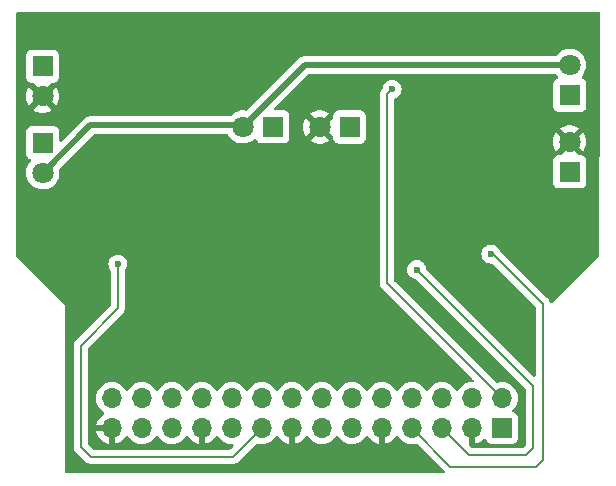
<source format=gbr>
%TF.GenerationSoftware,KiCad,Pcbnew,8.0.0*%
%TF.CreationDate,2024-03-24T12:33:32+02:00*%
%TF.ProjectId,Sensing systemV3,53656e73-696e-4672-9073-797374656d56,rev?*%
%TF.SameCoordinates,Original*%
%TF.FileFunction,Copper,L2,Bot*%
%TF.FilePolarity,Positive*%
%FSLAX46Y46*%
G04 Gerber Fmt 4.6, Leading zero omitted, Abs format (unit mm)*
G04 Created by KiCad (PCBNEW 8.0.0) date 2024-03-24 12:33:32*
%MOMM*%
%LPD*%
G01*
G04 APERTURE LIST*
%TA.AperFunction,ComponentPad*%
%ADD10R,1.800000X1.800000*%
%TD*%
%TA.AperFunction,ComponentPad*%
%ADD11C,1.800000*%
%TD*%
%TA.AperFunction,ComponentPad*%
%ADD12O,1.700000X1.700000*%
%TD*%
%TA.AperFunction,ComponentPad*%
%ADD13R,1.700000X1.700000*%
%TD*%
%TA.AperFunction,ViaPad*%
%ADD14C,0.600000*%
%TD*%
%TA.AperFunction,Conductor*%
%ADD15C,0.200000*%
%TD*%
%TA.AperFunction,Conductor*%
%ADD16C,0.500000*%
%TD*%
%TA.AperFunction,Conductor*%
%ADD17C,0.250000*%
%TD*%
G04 APERTURE END LIST*
D10*
%TO.P,D2,1,K*%
%TO.N,Net-(D2-K)*%
X80935000Y-78638400D03*
D11*
%TO.P,D2,2,A*%
%TO.N,BATT*%
X78395000Y-78638400D03*
%TD*%
D10*
%TO.P,D5,1,K*%
%TO.N,/PA3*%
X87440000Y-78643000D03*
D11*
%TO.P,D5,2,A*%
%TO.N,GND*%
X84900000Y-78643000D03*
%TD*%
D10*
%TO.P,D6,1,K*%
%TO.N,/PA4*%
X106070400Y-82438400D03*
D11*
%TO.P,D6,2,A*%
%TO.N,GND*%
X106070400Y-79898400D03*
%TD*%
D10*
%TO.P,D4,1,K*%
%TO.N,/PA7*%
X61441600Y-73507600D03*
D11*
%TO.P,D4,2,A*%
%TO.N,GND*%
X61441600Y-76047600D03*
%TD*%
D10*
%TO.P,D1,1,K*%
%TO.N,Net-(D1-K)*%
X61468000Y-79972000D03*
D11*
%TO.P,D1,2,A*%
%TO.N,BATT*%
X61468000Y-82512000D03*
%TD*%
D10*
%TO.P,D3,1,K*%
%TO.N,Net-(D3-K)*%
X106078400Y-75939800D03*
D11*
%TO.P,D3,2,A*%
%TO.N,BATT*%
X106078400Y-73399800D03*
%TD*%
D12*
%TO.P,J1,28,Pin_28*%
%TO.N,3V3*%
X67310000Y-101600000D03*
%TO.P,J1,27,Pin_27*%
%TO.N,GND*%
X67310000Y-104140000D03*
%TO.P,J1,26,Pin_26*%
%TO.N,BATT*%
X69850000Y-101600000D03*
%TO.P,J1,25,Pin_25*%
%TO.N,/AB0*%
X69850000Y-104140000D03*
%TO.P,J1,24,Pin_24*%
%TO.N,/RESV1*%
X72390000Y-101600000D03*
%TO.P,J1,23,Pin_23*%
%TO.N,/PC5*%
X72390000Y-104140000D03*
%TO.P,J1,22,Pin_22*%
%TO.N,/PE8*%
X74930000Y-101600000D03*
%TO.P,J1,21,Pin_21*%
%TO.N,GND*%
X74930000Y-104140000D03*
%TO.P,J1,20,Pin_20*%
%TO.N,/PE9*%
X77470000Y-101600000D03*
%TO.P,J1,19,Pin_19*%
%TO.N,/PC4*%
X77470000Y-104140000D03*
%TO.P,J1,18,Pin_18*%
%TO.N,/PE10*%
X80010000Y-101600000D03*
%TO.P,J1,17,Pin_17*%
%TO.N,/PA7*%
X80010000Y-104140000D03*
%TO.P,J1,16,Pin_16*%
%TO.N,/PE11*%
X82550000Y-101600000D03*
%TO.P,J1,15,Pin_15*%
%TO.N,GND*%
X82550000Y-104140000D03*
%TO.P,J1,14,Pin_14*%
%TO.N,/PE12*%
X85090000Y-101600000D03*
%TO.P,J1,13,Pin_13*%
%TO.N,/PA6*%
X85090000Y-104140000D03*
%TO.P,J1,12,Pin_12*%
%TO.N,/PE13*%
X87630000Y-101600000D03*
%TO.P,J1,11,Pin_11*%
%TO.N,/PA5*%
X87630000Y-104140000D03*
%TO.P,J1,10,Pin_10*%
%TO.N,/PE14*%
X90170000Y-101600000D03*
%TO.P,J1,9,Pin_9*%
%TO.N,GND*%
X90170000Y-104140000D03*
%TO.P,J1,8,Pin_8*%
%TO.N,/PE15*%
X92710000Y-101600000D03*
%TO.P,J1,7,Pin_7*%
%TO.N,/PA4*%
X92710000Y-104140000D03*
%TO.P,J1,6,Pin_6*%
%TO.N,/RESV2*%
X95250000Y-101600000D03*
%TO.P,J1,5,Pin_5*%
%TO.N,/PA3*%
X95250000Y-104140000D03*
%TO.P,J1,4,Pin_4*%
%TO.N,BATT*%
X97790000Y-101600000D03*
%TO.P,J1,3,Pin_3*%
%TO.N,GND*%
X97790000Y-104140000D03*
%TO.P,J1,2,Pin_2*%
%TO.N,3V3*%
X100330000Y-101600000D03*
D13*
%TO.P,J1,1,Pin_1*%
%TO.N,/RESV3*%
X100330000Y-104140000D03*
%TD*%
D14*
%TO.N,3V3*%
X91033600Y-75438000D03*
%TO.N,/PA3*%
X93116400Y-90728800D03*
%TO.N,/PA4*%
X99400000Y-89400000D03*
%TO.N,/PA7*%
X67818000Y-90271600D03*
%TD*%
D15*
%TO.N,3V3*%
X90600000Y-91870000D02*
X100330000Y-101600000D01*
X90600000Y-75871600D02*
X90600000Y-91870000D01*
X91033600Y-75438000D02*
X90600000Y-75871600D01*
%TO.N,/PA3*%
X93128800Y-90728800D02*
X93116400Y-90728800D01*
X94600000Y-92200000D02*
X93128800Y-90728800D01*
D16*
%TO.N,BATT*%
X83633600Y-73399800D02*
X106078400Y-73399800D01*
X78395000Y-78638400D02*
X83633600Y-73399800D01*
X78395000Y-78486000D02*
X78395000Y-78638400D01*
X65494000Y-78486000D02*
X78395000Y-78486000D01*
X61468000Y-82512000D02*
X65494000Y-78486000D01*
D15*
%TO.N,/PA4*%
X103800000Y-93600000D02*
X99600000Y-89400000D01*
X99600000Y-89400000D02*
X99400000Y-89400000D01*
X103232600Y-107400000D02*
X103800000Y-106832600D01*
X103800000Y-106832600D02*
X103800000Y-93600000D01*
X92710000Y-104140000D02*
X95970000Y-107400000D01*
X95970000Y-107400000D02*
X103232600Y-107400000D01*
D17*
%TO.N,GND*%
X106070400Y-79552800D02*
X106056800Y-79539200D01*
D15*
%TO.N,/PA3*%
X103000000Y-105800000D02*
X102400000Y-106400000D01*
X94600000Y-92200000D02*
X103000000Y-100600000D01*
X102400000Y-106400000D02*
X97510000Y-106400000D01*
X97510000Y-106400000D02*
X95250000Y-104140000D01*
X103000000Y-100600000D02*
X103000000Y-105800000D01*
%TO.N,/PA7*%
X64668400Y-97147600D02*
X64668400Y-105708400D01*
X67818000Y-93998000D02*
X64668400Y-97147600D01*
X67818000Y-90271600D02*
X67818000Y-93998000D01*
X65510000Y-106550000D02*
X77600000Y-106550000D01*
X77600000Y-106550000D02*
X80010000Y-104140000D01*
X64668400Y-105708400D02*
X65510000Y-106550000D01*
%TD*%
%TA.AperFunction,Conductor*%
%TO.N,GND*%
G36*
X108601100Y-68947785D02*
G01*
X108646855Y-69000589D01*
X108658058Y-69052721D01*
X108638507Y-72943499D01*
X108555232Y-89515011D01*
X108535211Y-89581951D01*
X108518915Y-89602069D01*
X104594537Y-93526448D01*
X104533214Y-93559933D01*
X104463522Y-93554949D01*
X104407589Y-93513077D01*
X104387081Y-93470861D01*
X104359577Y-93368215D01*
X104330639Y-93318095D01*
X104280520Y-93231284D01*
X104168716Y-93119480D01*
X104168715Y-93119479D01*
X104164385Y-93115149D01*
X104164374Y-93115139D01*
X100159837Y-89110602D01*
X100130475Y-89063871D01*
X100125789Y-89050479D01*
X100125789Y-89050478D01*
X100029816Y-88897738D01*
X99902262Y-88770184D01*
X99749523Y-88674211D01*
X99579254Y-88614631D01*
X99579249Y-88614630D01*
X99400004Y-88594435D01*
X99399996Y-88594435D01*
X99220750Y-88614630D01*
X99220745Y-88614631D01*
X99050476Y-88674211D01*
X98897737Y-88770184D01*
X98770184Y-88897737D01*
X98674211Y-89050476D01*
X98614631Y-89220745D01*
X98614630Y-89220750D01*
X98594435Y-89399996D01*
X98594435Y-89400003D01*
X98614630Y-89579249D01*
X98614631Y-89579254D01*
X98674211Y-89749523D01*
X98686662Y-89769338D01*
X98770184Y-89902262D01*
X98897738Y-90029816D01*
X99050478Y-90125789D01*
X99220745Y-90185368D01*
X99220750Y-90185369D01*
X99399997Y-90205565D01*
X99400000Y-90205565D01*
X99400001Y-90205565D01*
X99419209Y-90203400D01*
X99481159Y-90196420D01*
X99549980Y-90208474D01*
X99582724Y-90231959D01*
X103163181Y-93812416D01*
X103196666Y-93873739D01*
X103199500Y-93900097D01*
X103199500Y-99650903D01*
X103179815Y-99717942D01*
X103127011Y-99763697D01*
X103057853Y-99773641D01*
X102994297Y-99744616D01*
X102987819Y-99738584D01*
X93945526Y-90696291D01*
X93912041Y-90634968D01*
X93909987Y-90622492D01*
X93901769Y-90549550D01*
X93901768Y-90549545D01*
X93867235Y-90450855D01*
X93842189Y-90379278D01*
X93746216Y-90226538D01*
X93618662Y-90098984D01*
X93608096Y-90092345D01*
X93465923Y-90003011D01*
X93295654Y-89943431D01*
X93295649Y-89943430D01*
X93116404Y-89923235D01*
X93116396Y-89923235D01*
X92937150Y-89943430D01*
X92937145Y-89943431D01*
X92766876Y-90003011D01*
X92614137Y-90098984D01*
X92486584Y-90226537D01*
X92390611Y-90379276D01*
X92331031Y-90549545D01*
X92331030Y-90549550D01*
X92310835Y-90728796D01*
X92310835Y-90728803D01*
X92331030Y-90908049D01*
X92331031Y-90908054D01*
X92390611Y-91078323D01*
X92486584Y-91231062D01*
X92614138Y-91358616D01*
X92766878Y-91454589D01*
X92937145Y-91514168D01*
X92937150Y-91514169D01*
X93038041Y-91525536D01*
X93102456Y-91552602D01*
X93111840Y-91561075D01*
X102363181Y-100812416D01*
X102396666Y-100873739D01*
X102399500Y-100900097D01*
X102399500Y-105499903D01*
X102379815Y-105566942D01*
X102363181Y-105587584D01*
X102187584Y-105763181D01*
X102126261Y-105796666D01*
X102099903Y-105799500D01*
X97810098Y-105799500D01*
X97743059Y-105779815D01*
X97722417Y-105763181D01*
X97576319Y-105617083D01*
X97542834Y-105555760D01*
X97540000Y-105529402D01*
X97540000Y-104573012D01*
X97597007Y-104605925D01*
X97724174Y-104640000D01*
X97855826Y-104640000D01*
X97982993Y-104605925D01*
X98040000Y-104573012D01*
X98040000Y-105470633D01*
X98253483Y-105413433D01*
X98253492Y-105413429D01*
X98467578Y-105313600D01*
X98661078Y-105178108D01*
X98783133Y-105056053D01*
X98844456Y-105022568D01*
X98914148Y-105027552D01*
X98970082Y-105069423D01*
X98986997Y-105100401D01*
X99036202Y-105232328D01*
X99036206Y-105232335D01*
X99122452Y-105347544D01*
X99122455Y-105347547D01*
X99237664Y-105433793D01*
X99237671Y-105433797D01*
X99372517Y-105484091D01*
X99372516Y-105484091D01*
X99379444Y-105484835D01*
X99432127Y-105490500D01*
X101227872Y-105490499D01*
X101287483Y-105484091D01*
X101422331Y-105433796D01*
X101537546Y-105347546D01*
X101623796Y-105232331D01*
X101674091Y-105097483D01*
X101680500Y-105037873D01*
X101680499Y-103242128D01*
X101674091Y-103182517D01*
X101673002Y-103179598D01*
X101623797Y-103047671D01*
X101623793Y-103047664D01*
X101537547Y-102932455D01*
X101537544Y-102932452D01*
X101422335Y-102846206D01*
X101422328Y-102846202D01*
X101290917Y-102797189D01*
X101234983Y-102755318D01*
X101210566Y-102689853D01*
X101225418Y-102621580D01*
X101246563Y-102593332D01*
X101368495Y-102471401D01*
X101504035Y-102277830D01*
X101603903Y-102063663D01*
X101665063Y-101835408D01*
X101685659Y-101600000D01*
X101665063Y-101364592D01*
X101603903Y-101136337D01*
X101504035Y-100922171D01*
X101498425Y-100914158D01*
X101368494Y-100728597D01*
X101201402Y-100561506D01*
X101201395Y-100561501D01*
X101007834Y-100425967D01*
X101007830Y-100425965D01*
X101007828Y-100425964D01*
X100793663Y-100326097D01*
X100793659Y-100326096D01*
X100793655Y-100326094D01*
X100565413Y-100264938D01*
X100565403Y-100264936D01*
X100330001Y-100244341D01*
X100329999Y-100244341D01*
X100094596Y-100264936D01*
X100094583Y-100264939D01*
X99966241Y-100299327D01*
X99896392Y-100297664D01*
X99846468Y-100267233D01*
X91236819Y-91657584D01*
X91203334Y-91596261D01*
X91200500Y-91569903D01*
X91200500Y-79898405D01*
X104665602Y-79898405D01*
X104684761Y-80129618D01*
X104741717Y-80354535D01*
X104834915Y-80567006D01*
X104919212Y-80696033D01*
X105628261Y-79986984D01*
X105651067Y-80072094D01*
X105710310Y-80174706D01*
X105794094Y-80258490D01*
X105896706Y-80317733D01*
X105981814Y-80340538D01*
X105320771Y-81001581D01*
X105259448Y-81035066D01*
X105233091Y-81037900D01*
X105122530Y-81037900D01*
X105122523Y-81037901D01*
X105062916Y-81044308D01*
X104928071Y-81094602D01*
X104928064Y-81094606D01*
X104812855Y-81180852D01*
X104812852Y-81180855D01*
X104726606Y-81296064D01*
X104726602Y-81296071D01*
X104676308Y-81430917D01*
X104671237Y-81478087D01*
X104669901Y-81490523D01*
X104669900Y-81490535D01*
X104669900Y-83386270D01*
X104669901Y-83386276D01*
X104676308Y-83445883D01*
X104726602Y-83580728D01*
X104726606Y-83580735D01*
X104812852Y-83695944D01*
X104812855Y-83695947D01*
X104928064Y-83782193D01*
X104928071Y-83782197D01*
X105062917Y-83832491D01*
X105062916Y-83832491D01*
X105069844Y-83833235D01*
X105122527Y-83838900D01*
X107018272Y-83838899D01*
X107077883Y-83832491D01*
X107212731Y-83782196D01*
X107327946Y-83695946D01*
X107414196Y-83580731D01*
X107464491Y-83445883D01*
X107470900Y-83386273D01*
X107470899Y-81490528D01*
X107464491Y-81430917D01*
X107448332Y-81387593D01*
X107414197Y-81296071D01*
X107414193Y-81296064D01*
X107327947Y-81180855D01*
X107327944Y-81180852D01*
X107212735Y-81094606D01*
X107212728Y-81094602D01*
X107077882Y-81044308D01*
X107077883Y-81044308D01*
X107018283Y-81037901D01*
X107018281Y-81037900D01*
X107018273Y-81037900D01*
X107018265Y-81037900D01*
X106907708Y-81037900D01*
X106840669Y-81018215D01*
X106820027Y-81001581D01*
X106158985Y-80340537D01*
X106244094Y-80317733D01*
X106346706Y-80258490D01*
X106430490Y-80174706D01*
X106489733Y-80072094D01*
X106512538Y-79986985D01*
X107221586Y-80696033D01*
X107305882Y-80567011D01*
X107399082Y-80354535D01*
X107456038Y-80129618D01*
X107475198Y-79898405D01*
X107475198Y-79898394D01*
X107456038Y-79667181D01*
X107399082Y-79442264D01*
X107305884Y-79229793D01*
X107221586Y-79100765D01*
X106512537Y-79809814D01*
X106489733Y-79724706D01*
X106430490Y-79622094D01*
X106346706Y-79538310D01*
X106244094Y-79479067D01*
X106158984Y-79456261D01*
X106869197Y-78746047D01*
X106869197Y-78746045D01*
X106838760Y-78722355D01*
X106838754Y-78722351D01*
X106634702Y-78611923D01*
X106634693Y-78611920D01*
X106415260Y-78536588D01*
X106186407Y-78498400D01*
X105954393Y-78498400D01*
X105725539Y-78536588D01*
X105506106Y-78611920D01*
X105506097Y-78611923D01*
X105302050Y-78722349D01*
X105271600Y-78746047D01*
X105981815Y-79456261D01*
X105896706Y-79479067D01*
X105794094Y-79538310D01*
X105710310Y-79622094D01*
X105651067Y-79724706D01*
X105628261Y-79809815D01*
X104919211Y-79100765D01*
X104834916Y-79229790D01*
X104741717Y-79442264D01*
X104684761Y-79667181D01*
X104665602Y-79898394D01*
X104665602Y-79898405D01*
X91200500Y-79898405D01*
X91200500Y-76315674D01*
X91220185Y-76248635D01*
X91272989Y-76202880D01*
X91283546Y-76198632D01*
X91383122Y-76163789D01*
X91535862Y-76067816D01*
X91663416Y-75940262D01*
X91759389Y-75787522D01*
X91818968Y-75617255D01*
X91822073Y-75589696D01*
X91839165Y-75438003D01*
X91839165Y-75437996D01*
X91818969Y-75258750D01*
X91818968Y-75258745D01*
X91759388Y-75088476D01*
X91698723Y-74991929D01*
X91663416Y-74935738D01*
X91535862Y-74808184D01*
X91518801Y-74797464D01*
X91383123Y-74712211D01*
X91212854Y-74652631D01*
X91212849Y-74652630D01*
X91033604Y-74632435D01*
X91033596Y-74632435D01*
X90854350Y-74652630D01*
X90854345Y-74652631D01*
X90684076Y-74712211D01*
X90531337Y-74808184D01*
X90403784Y-74935737D01*
X90307810Y-75088478D01*
X90248230Y-75258750D01*
X90238437Y-75345668D01*
X90211370Y-75410082D01*
X90202899Y-75419465D01*
X90119478Y-75502886D01*
X90069361Y-75589694D01*
X90069359Y-75589696D01*
X90040425Y-75639809D01*
X90040424Y-75639810D01*
X90040423Y-75639815D01*
X89999499Y-75792543D01*
X89999499Y-75792545D01*
X89999499Y-75960646D01*
X89999500Y-75960659D01*
X89999500Y-91783330D01*
X89999499Y-91783348D01*
X89999499Y-91949054D01*
X89999498Y-91949054D01*
X90040423Y-92101787D01*
X90040424Y-92101788D01*
X90051482Y-92120940D01*
X90051484Y-92120943D01*
X90119477Y-92238712D01*
X90119481Y-92238717D01*
X90238349Y-92357585D01*
X90238355Y-92357590D01*
X97916333Y-100035568D01*
X97949818Y-100096891D01*
X97944834Y-100166583D01*
X97902962Y-100222516D01*
X97837498Y-100246933D01*
X97817844Y-100246777D01*
X97790001Y-100244341D01*
X97789999Y-100244341D01*
X97554596Y-100264936D01*
X97554586Y-100264938D01*
X97326344Y-100326094D01*
X97326335Y-100326098D01*
X97112171Y-100425964D01*
X97112169Y-100425965D01*
X96918597Y-100561505D01*
X96751505Y-100728597D01*
X96621575Y-100914158D01*
X96566998Y-100957783D01*
X96497500Y-100964977D01*
X96435145Y-100933454D01*
X96418425Y-100914158D01*
X96288494Y-100728597D01*
X96121402Y-100561506D01*
X96121395Y-100561501D01*
X95927834Y-100425967D01*
X95927830Y-100425965D01*
X95927828Y-100425964D01*
X95713663Y-100326097D01*
X95713659Y-100326096D01*
X95713655Y-100326094D01*
X95485413Y-100264938D01*
X95485403Y-100264936D01*
X95250001Y-100244341D01*
X95249999Y-100244341D01*
X95014596Y-100264936D01*
X95014586Y-100264938D01*
X94786344Y-100326094D01*
X94786335Y-100326098D01*
X94572171Y-100425964D01*
X94572169Y-100425965D01*
X94378597Y-100561505D01*
X94211505Y-100728597D01*
X94081575Y-100914158D01*
X94026998Y-100957783D01*
X93957500Y-100964977D01*
X93895145Y-100933454D01*
X93878425Y-100914158D01*
X93748494Y-100728597D01*
X93581402Y-100561506D01*
X93581395Y-100561501D01*
X93387834Y-100425967D01*
X93387830Y-100425965D01*
X93387828Y-100425964D01*
X93173663Y-100326097D01*
X93173659Y-100326096D01*
X93173655Y-100326094D01*
X92945413Y-100264938D01*
X92945403Y-100264936D01*
X92710001Y-100244341D01*
X92709999Y-100244341D01*
X92474596Y-100264936D01*
X92474586Y-100264938D01*
X92246344Y-100326094D01*
X92246335Y-100326098D01*
X92032171Y-100425964D01*
X92032169Y-100425965D01*
X91838597Y-100561505D01*
X91671505Y-100728597D01*
X91541575Y-100914158D01*
X91486998Y-100957783D01*
X91417500Y-100964977D01*
X91355145Y-100933454D01*
X91338425Y-100914158D01*
X91208494Y-100728597D01*
X91041402Y-100561506D01*
X91041395Y-100561501D01*
X90847834Y-100425967D01*
X90847830Y-100425965D01*
X90847828Y-100425964D01*
X90633663Y-100326097D01*
X90633659Y-100326096D01*
X90633655Y-100326094D01*
X90405413Y-100264938D01*
X90405403Y-100264936D01*
X90170001Y-100244341D01*
X90169999Y-100244341D01*
X89934596Y-100264936D01*
X89934586Y-100264938D01*
X89706344Y-100326094D01*
X89706335Y-100326098D01*
X89492171Y-100425964D01*
X89492169Y-100425965D01*
X89298597Y-100561505D01*
X89131505Y-100728597D01*
X89001575Y-100914158D01*
X88946998Y-100957783D01*
X88877500Y-100964977D01*
X88815145Y-100933454D01*
X88798425Y-100914158D01*
X88668494Y-100728597D01*
X88501402Y-100561506D01*
X88501395Y-100561501D01*
X88307834Y-100425967D01*
X88307830Y-100425965D01*
X88307828Y-100425964D01*
X88093663Y-100326097D01*
X88093659Y-100326096D01*
X88093655Y-100326094D01*
X87865413Y-100264938D01*
X87865403Y-100264936D01*
X87630001Y-100244341D01*
X87629999Y-100244341D01*
X87394596Y-100264936D01*
X87394586Y-100264938D01*
X87166344Y-100326094D01*
X87166335Y-100326098D01*
X86952171Y-100425964D01*
X86952169Y-100425965D01*
X86758597Y-100561505D01*
X86591505Y-100728597D01*
X86461575Y-100914158D01*
X86406998Y-100957783D01*
X86337500Y-100964977D01*
X86275145Y-100933454D01*
X86258425Y-100914158D01*
X86128494Y-100728597D01*
X85961402Y-100561506D01*
X85961395Y-100561501D01*
X85767834Y-100425967D01*
X85767830Y-100425965D01*
X85767828Y-100425964D01*
X85553663Y-100326097D01*
X85553659Y-100326096D01*
X85553655Y-100326094D01*
X85325413Y-100264938D01*
X85325403Y-100264936D01*
X85090001Y-100244341D01*
X85089999Y-100244341D01*
X84854596Y-100264936D01*
X84854586Y-100264938D01*
X84626344Y-100326094D01*
X84626335Y-100326098D01*
X84412171Y-100425964D01*
X84412169Y-100425965D01*
X84218597Y-100561505D01*
X84051505Y-100728597D01*
X83921575Y-100914158D01*
X83866998Y-100957783D01*
X83797500Y-100964977D01*
X83735145Y-100933454D01*
X83718425Y-100914158D01*
X83588494Y-100728597D01*
X83421402Y-100561506D01*
X83421395Y-100561501D01*
X83227834Y-100425967D01*
X83227830Y-100425965D01*
X83227828Y-100425964D01*
X83013663Y-100326097D01*
X83013659Y-100326096D01*
X83013655Y-100326094D01*
X82785413Y-100264938D01*
X82785403Y-100264936D01*
X82550001Y-100244341D01*
X82549999Y-100244341D01*
X82314596Y-100264936D01*
X82314586Y-100264938D01*
X82086344Y-100326094D01*
X82086335Y-100326098D01*
X81872171Y-100425964D01*
X81872169Y-100425965D01*
X81678597Y-100561505D01*
X81511505Y-100728597D01*
X81381575Y-100914158D01*
X81326998Y-100957783D01*
X81257500Y-100964977D01*
X81195145Y-100933454D01*
X81178425Y-100914158D01*
X81048494Y-100728597D01*
X80881402Y-100561506D01*
X80881395Y-100561501D01*
X80687834Y-100425967D01*
X80687830Y-100425965D01*
X80687828Y-100425964D01*
X80473663Y-100326097D01*
X80473659Y-100326096D01*
X80473655Y-100326094D01*
X80245413Y-100264938D01*
X80245403Y-100264936D01*
X80010001Y-100244341D01*
X80009999Y-100244341D01*
X79774596Y-100264936D01*
X79774586Y-100264938D01*
X79546344Y-100326094D01*
X79546335Y-100326098D01*
X79332171Y-100425964D01*
X79332169Y-100425965D01*
X79138597Y-100561505D01*
X78971505Y-100728597D01*
X78841575Y-100914158D01*
X78786998Y-100957783D01*
X78717500Y-100964977D01*
X78655145Y-100933454D01*
X78638425Y-100914158D01*
X78508494Y-100728597D01*
X78341402Y-100561506D01*
X78341395Y-100561501D01*
X78147834Y-100425967D01*
X78147830Y-100425965D01*
X78147828Y-100425964D01*
X77933663Y-100326097D01*
X77933659Y-100326096D01*
X77933655Y-100326094D01*
X77705413Y-100264938D01*
X77705403Y-100264936D01*
X77470001Y-100244341D01*
X77469999Y-100244341D01*
X77234596Y-100264936D01*
X77234586Y-100264938D01*
X77006344Y-100326094D01*
X77006335Y-100326098D01*
X76792171Y-100425964D01*
X76792169Y-100425965D01*
X76598597Y-100561505D01*
X76431505Y-100728597D01*
X76301575Y-100914158D01*
X76246998Y-100957783D01*
X76177500Y-100964977D01*
X76115145Y-100933454D01*
X76098425Y-100914158D01*
X75968494Y-100728597D01*
X75801402Y-100561506D01*
X75801395Y-100561501D01*
X75607834Y-100425967D01*
X75607830Y-100425965D01*
X75607828Y-100425964D01*
X75393663Y-100326097D01*
X75393659Y-100326096D01*
X75393655Y-100326094D01*
X75165413Y-100264938D01*
X75165403Y-100264936D01*
X74930001Y-100244341D01*
X74929999Y-100244341D01*
X74694596Y-100264936D01*
X74694586Y-100264938D01*
X74466344Y-100326094D01*
X74466335Y-100326098D01*
X74252171Y-100425964D01*
X74252169Y-100425965D01*
X74058597Y-100561505D01*
X73891505Y-100728597D01*
X73761575Y-100914158D01*
X73706998Y-100957783D01*
X73637500Y-100964977D01*
X73575145Y-100933454D01*
X73558425Y-100914158D01*
X73428494Y-100728597D01*
X73261402Y-100561506D01*
X73261395Y-100561501D01*
X73067834Y-100425967D01*
X73067830Y-100425965D01*
X73067828Y-100425964D01*
X72853663Y-100326097D01*
X72853659Y-100326096D01*
X72853655Y-100326094D01*
X72625413Y-100264938D01*
X72625403Y-100264936D01*
X72390001Y-100244341D01*
X72389999Y-100244341D01*
X72154596Y-100264936D01*
X72154586Y-100264938D01*
X71926344Y-100326094D01*
X71926335Y-100326098D01*
X71712171Y-100425964D01*
X71712169Y-100425965D01*
X71518597Y-100561505D01*
X71351505Y-100728597D01*
X71221575Y-100914158D01*
X71166998Y-100957783D01*
X71097500Y-100964977D01*
X71035145Y-100933454D01*
X71018425Y-100914158D01*
X70888494Y-100728597D01*
X70721402Y-100561506D01*
X70721395Y-100561501D01*
X70527834Y-100425967D01*
X70527830Y-100425965D01*
X70527828Y-100425964D01*
X70313663Y-100326097D01*
X70313659Y-100326096D01*
X70313655Y-100326094D01*
X70085413Y-100264938D01*
X70085403Y-100264936D01*
X69850001Y-100244341D01*
X69849999Y-100244341D01*
X69614596Y-100264936D01*
X69614586Y-100264938D01*
X69386344Y-100326094D01*
X69386335Y-100326098D01*
X69172171Y-100425964D01*
X69172169Y-100425965D01*
X68978597Y-100561505D01*
X68811505Y-100728597D01*
X68681575Y-100914158D01*
X68626998Y-100957783D01*
X68557500Y-100964977D01*
X68495145Y-100933454D01*
X68478425Y-100914158D01*
X68348494Y-100728597D01*
X68181402Y-100561506D01*
X68181395Y-100561501D01*
X67987834Y-100425967D01*
X67987830Y-100425965D01*
X67987828Y-100425964D01*
X67773663Y-100326097D01*
X67773659Y-100326096D01*
X67773655Y-100326094D01*
X67545413Y-100264938D01*
X67545403Y-100264936D01*
X67310001Y-100244341D01*
X67309999Y-100244341D01*
X67074596Y-100264936D01*
X67074586Y-100264938D01*
X66846344Y-100326094D01*
X66846335Y-100326098D01*
X66632171Y-100425964D01*
X66632169Y-100425965D01*
X66438597Y-100561505D01*
X66271505Y-100728597D01*
X66135965Y-100922169D01*
X66135964Y-100922171D01*
X66036098Y-101136335D01*
X66036094Y-101136344D01*
X65974938Y-101364586D01*
X65974936Y-101364596D01*
X65954341Y-101599999D01*
X65954341Y-101600000D01*
X65974936Y-101835403D01*
X65974938Y-101835413D01*
X66036094Y-102063655D01*
X66036096Y-102063659D01*
X66036097Y-102063663D01*
X66040000Y-102072032D01*
X66135965Y-102277830D01*
X66135967Y-102277834D01*
X66244281Y-102432521D01*
X66271505Y-102471401D01*
X66438599Y-102638495D01*
X66605439Y-102755318D01*
X66624594Y-102768730D01*
X66668219Y-102823307D01*
X66675413Y-102892805D01*
X66643890Y-102955160D01*
X66624595Y-102971880D01*
X66438922Y-103101890D01*
X66438920Y-103101891D01*
X66271891Y-103268920D01*
X66271886Y-103268926D01*
X66136400Y-103462420D01*
X66136399Y-103462422D01*
X66036570Y-103676507D01*
X66036567Y-103676513D01*
X65979364Y-103889999D01*
X65979364Y-103890000D01*
X66876988Y-103890000D01*
X66844075Y-103947007D01*
X66810000Y-104074174D01*
X66810000Y-104205826D01*
X66844075Y-104332993D01*
X66876988Y-104390000D01*
X65979364Y-104390000D01*
X66036567Y-104603486D01*
X66036570Y-104603492D01*
X66136399Y-104817578D01*
X66271894Y-105011082D01*
X66438917Y-105178105D01*
X66632421Y-105313600D01*
X66846507Y-105413429D01*
X66846516Y-105413433D01*
X67060000Y-105470634D01*
X67060000Y-104573012D01*
X67117007Y-104605925D01*
X67244174Y-104640000D01*
X67375826Y-104640000D01*
X67502993Y-104605925D01*
X67560000Y-104573012D01*
X67560000Y-105470633D01*
X67773483Y-105413433D01*
X67773492Y-105413429D01*
X67987578Y-105313600D01*
X68181082Y-105178105D01*
X68348105Y-105011082D01*
X68478119Y-104825405D01*
X68532696Y-104781781D01*
X68602195Y-104774588D01*
X68664549Y-104806110D01*
X68681269Y-104825405D01*
X68811505Y-105011401D01*
X68978599Y-105178495D01*
X69075384Y-105246265D01*
X69172165Y-105314032D01*
X69172167Y-105314033D01*
X69172170Y-105314035D01*
X69386337Y-105413903D01*
X69614592Y-105475063D01*
X69791034Y-105490500D01*
X69849999Y-105495659D01*
X69850000Y-105495659D01*
X69850001Y-105495659D01*
X69908966Y-105490500D01*
X70085408Y-105475063D01*
X70313663Y-105413903D01*
X70527830Y-105314035D01*
X70721401Y-105178495D01*
X70888495Y-105011401D01*
X71018425Y-104825842D01*
X71073002Y-104782217D01*
X71142500Y-104775023D01*
X71204855Y-104806546D01*
X71221575Y-104825842D01*
X71351281Y-105011082D01*
X71351505Y-105011401D01*
X71518599Y-105178495D01*
X71615384Y-105246265D01*
X71712165Y-105314032D01*
X71712167Y-105314033D01*
X71712170Y-105314035D01*
X71926337Y-105413903D01*
X72154592Y-105475063D01*
X72331034Y-105490500D01*
X72389999Y-105495659D01*
X72390000Y-105495659D01*
X72390001Y-105495659D01*
X72448966Y-105490500D01*
X72625408Y-105475063D01*
X72853663Y-105413903D01*
X73067830Y-105314035D01*
X73261401Y-105178495D01*
X73428495Y-105011401D01*
X73558730Y-104825405D01*
X73613307Y-104781781D01*
X73682805Y-104774587D01*
X73745160Y-104806110D01*
X73761879Y-104825405D01*
X73891890Y-105011078D01*
X74058917Y-105178105D01*
X74252421Y-105313600D01*
X74466507Y-105413429D01*
X74466516Y-105413433D01*
X74680000Y-105470634D01*
X74680000Y-104573012D01*
X74737007Y-104605925D01*
X74864174Y-104640000D01*
X74995826Y-104640000D01*
X75122993Y-104605925D01*
X75180000Y-104573012D01*
X75180000Y-105470633D01*
X75393483Y-105413433D01*
X75393492Y-105413429D01*
X75607578Y-105313600D01*
X75801082Y-105178105D01*
X75968105Y-105011082D01*
X76098119Y-104825405D01*
X76152696Y-104781781D01*
X76222195Y-104774588D01*
X76284549Y-104806110D01*
X76301269Y-104825405D01*
X76431505Y-105011401D01*
X76598599Y-105178495D01*
X76695384Y-105246265D01*
X76792165Y-105314032D01*
X76792167Y-105314033D01*
X76792170Y-105314035D01*
X77006337Y-105413903D01*
X77234592Y-105475063D01*
X77470000Y-105495659D01*
X77497843Y-105493222D01*
X77566340Y-105506987D01*
X77616525Y-105555600D01*
X77632460Y-105623628D01*
X77609087Y-105689473D01*
X77596333Y-105704431D01*
X77537584Y-105763181D01*
X77387582Y-105913182D01*
X77326262Y-105946666D01*
X77299903Y-105949500D01*
X65810097Y-105949500D01*
X65743058Y-105929815D01*
X65722416Y-105913181D01*
X65305219Y-105495984D01*
X65271734Y-105434661D01*
X65268900Y-105408303D01*
X65268900Y-97447696D01*
X65288585Y-97380657D01*
X65305214Y-97360020D01*
X68176506Y-94488727D01*
X68176511Y-94488724D01*
X68186714Y-94478520D01*
X68186716Y-94478520D01*
X68298520Y-94366716D01*
X68357064Y-94265314D01*
X68377577Y-94229785D01*
X68418501Y-94077057D01*
X68418501Y-93918943D01*
X68418501Y-93911348D01*
X68418500Y-93911330D01*
X68418500Y-90854012D01*
X68438185Y-90786973D01*
X68445555Y-90776697D01*
X68447810Y-90773867D01*
X68447816Y-90773862D01*
X68543789Y-90621122D01*
X68603368Y-90450855D01*
X68623565Y-90271600D01*
X68616452Y-90208474D01*
X68603369Y-90092350D01*
X68603368Y-90092345D01*
X68551261Y-89943432D01*
X68543789Y-89922078D01*
X68447816Y-89769338D01*
X68320262Y-89641784D01*
X68250111Y-89597705D01*
X68167523Y-89545811D01*
X67997254Y-89486231D01*
X67997249Y-89486230D01*
X67818004Y-89466035D01*
X67817996Y-89466035D01*
X67638750Y-89486230D01*
X67638745Y-89486231D01*
X67468476Y-89545811D01*
X67315737Y-89641784D01*
X67188184Y-89769337D01*
X67092211Y-89922076D01*
X67032631Y-90092345D01*
X67032630Y-90092350D01*
X67012435Y-90271596D01*
X67012435Y-90271603D01*
X67032630Y-90450849D01*
X67032631Y-90450854D01*
X67092211Y-90621123D01*
X67188185Y-90773863D01*
X67190445Y-90776697D01*
X67191334Y-90778875D01*
X67191889Y-90779758D01*
X67191734Y-90779855D01*
X67216855Y-90841383D01*
X67217500Y-90854012D01*
X67217500Y-93697902D01*
X67197815Y-93764941D01*
X67181181Y-93785583D01*
X64187881Y-96778882D01*
X64187879Y-96778885D01*
X64137761Y-96865694D01*
X64137759Y-96865696D01*
X64108825Y-96915809D01*
X64108824Y-96915810D01*
X64108823Y-96915815D01*
X64067899Y-97068543D01*
X64067899Y-97068545D01*
X64067899Y-97236646D01*
X64067900Y-97236659D01*
X64067900Y-105621730D01*
X64067899Y-105621748D01*
X64067899Y-105787454D01*
X64067898Y-105787454D01*
X64108823Y-105940185D01*
X64137758Y-105990300D01*
X64137759Y-105990304D01*
X64137760Y-105990304D01*
X64187879Y-106077114D01*
X64187881Y-106077117D01*
X64306749Y-106195985D01*
X64306755Y-106195990D01*
X65025139Y-106914374D01*
X65025149Y-106914385D01*
X65029479Y-106918715D01*
X65029480Y-106918716D01*
X65141284Y-107030520D01*
X65141286Y-107030521D01*
X65141290Y-107030524D01*
X65199936Y-107064383D01*
X65199941Y-107064385D01*
X65278209Y-107109574D01*
X65278210Y-107109574D01*
X65278215Y-107109577D01*
X65430943Y-107150500D01*
X65589057Y-107150500D01*
X77513331Y-107150500D01*
X77513347Y-107150501D01*
X77520943Y-107150501D01*
X77679054Y-107150501D01*
X77679057Y-107150501D01*
X77831785Y-107109577D01*
X77910061Y-107064384D01*
X77968716Y-107030520D01*
X78080520Y-106918716D01*
X78080520Y-106918714D01*
X78090724Y-106908511D01*
X78090728Y-106908506D01*
X79526470Y-105472763D01*
X79587791Y-105439280D01*
X79646238Y-105440670D01*
X79774592Y-105475063D01*
X79951034Y-105490500D01*
X80009999Y-105495659D01*
X80010000Y-105495659D01*
X80010001Y-105495659D01*
X80068966Y-105490500D01*
X80245408Y-105475063D01*
X80473663Y-105413903D01*
X80687830Y-105314035D01*
X80881401Y-105178495D01*
X81048495Y-105011401D01*
X81178730Y-104825405D01*
X81233307Y-104781781D01*
X81302805Y-104774587D01*
X81365160Y-104806110D01*
X81381879Y-104825405D01*
X81511890Y-105011078D01*
X81678917Y-105178105D01*
X81872421Y-105313600D01*
X82086507Y-105413429D01*
X82086516Y-105413433D01*
X82300000Y-105470634D01*
X82300000Y-104573012D01*
X82357007Y-104605925D01*
X82484174Y-104640000D01*
X82615826Y-104640000D01*
X82742993Y-104605925D01*
X82800000Y-104573012D01*
X82800000Y-105470633D01*
X83013483Y-105413433D01*
X83013492Y-105413429D01*
X83227578Y-105313600D01*
X83421082Y-105178105D01*
X83588105Y-105011082D01*
X83718119Y-104825405D01*
X83772696Y-104781781D01*
X83842195Y-104774588D01*
X83904549Y-104806110D01*
X83921269Y-104825405D01*
X84051505Y-105011401D01*
X84218599Y-105178495D01*
X84315384Y-105246265D01*
X84412165Y-105314032D01*
X84412167Y-105314033D01*
X84412170Y-105314035D01*
X84626337Y-105413903D01*
X84854592Y-105475063D01*
X85031034Y-105490500D01*
X85089999Y-105495659D01*
X85090000Y-105495659D01*
X85090001Y-105495659D01*
X85148966Y-105490500D01*
X85325408Y-105475063D01*
X85553663Y-105413903D01*
X85767830Y-105314035D01*
X85961401Y-105178495D01*
X86128495Y-105011401D01*
X86258425Y-104825842D01*
X86313002Y-104782217D01*
X86382500Y-104775023D01*
X86444855Y-104806546D01*
X86461575Y-104825842D01*
X86591281Y-105011082D01*
X86591505Y-105011401D01*
X86758599Y-105178495D01*
X86855384Y-105246265D01*
X86952165Y-105314032D01*
X86952167Y-105314033D01*
X86952170Y-105314035D01*
X87166337Y-105413903D01*
X87394592Y-105475063D01*
X87571034Y-105490500D01*
X87629999Y-105495659D01*
X87630000Y-105495659D01*
X87630001Y-105495659D01*
X87688966Y-105490500D01*
X87865408Y-105475063D01*
X88093663Y-105413903D01*
X88307830Y-105314035D01*
X88501401Y-105178495D01*
X88668495Y-105011401D01*
X88798730Y-104825405D01*
X88853307Y-104781781D01*
X88922805Y-104774587D01*
X88985160Y-104806110D01*
X89001879Y-104825405D01*
X89131890Y-105011078D01*
X89298917Y-105178105D01*
X89492421Y-105313600D01*
X89706507Y-105413429D01*
X89706516Y-105413433D01*
X89920000Y-105470634D01*
X89920000Y-104573012D01*
X89977007Y-104605925D01*
X90104174Y-104640000D01*
X90235826Y-104640000D01*
X90362993Y-104605925D01*
X90420000Y-104573012D01*
X90420000Y-105470633D01*
X90633483Y-105413433D01*
X90633492Y-105413429D01*
X90847578Y-105313600D01*
X91041082Y-105178105D01*
X91208105Y-105011082D01*
X91338119Y-104825405D01*
X91392696Y-104781781D01*
X91462195Y-104774588D01*
X91524549Y-104806110D01*
X91541269Y-104825405D01*
X91671505Y-105011401D01*
X91838599Y-105178495D01*
X91935384Y-105246265D01*
X92032165Y-105314032D01*
X92032167Y-105314033D01*
X92032170Y-105314035D01*
X92246337Y-105413903D01*
X92474592Y-105475063D01*
X92651034Y-105490500D01*
X92709999Y-105495659D01*
X92710000Y-105495659D01*
X92710001Y-105495659D01*
X92768966Y-105490500D01*
X92945408Y-105475063D01*
X93073757Y-105440672D01*
X93143606Y-105442335D01*
X93193531Y-105472766D01*
X95466584Y-107745819D01*
X95500069Y-107807142D01*
X95495085Y-107876834D01*
X95453213Y-107932767D01*
X95387749Y-107957184D01*
X95378903Y-107957500D01*
X63495300Y-107957500D01*
X63428261Y-107937815D01*
X63382506Y-107885011D01*
X63371300Y-107833500D01*
X63371300Y-93892110D01*
X63371300Y-93892108D01*
X63337192Y-93764814D01*
X63271300Y-93650686D01*
X63178114Y-93557500D01*
X59218319Y-89597705D01*
X59184834Y-89536382D01*
X59182000Y-89510024D01*
X59182000Y-82512006D01*
X60062700Y-82512006D01*
X60081864Y-82743297D01*
X60081866Y-82743308D01*
X60138842Y-82968300D01*
X60232075Y-83180848D01*
X60359016Y-83375147D01*
X60359019Y-83375151D01*
X60359021Y-83375153D01*
X60516216Y-83545913D01*
X60516219Y-83545915D01*
X60516222Y-83545918D01*
X60699365Y-83688464D01*
X60699371Y-83688468D01*
X60699374Y-83688470D01*
X60903497Y-83798936D01*
X61017487Y-83838068D01*
X61123015Y-83874297D01*
X61123017Y-83874297D01*
X61123019Y-83874298D01*
X61351951Y-83912500D01*
X61351952Y-83912500D01*
X61584048Y-83912500D01*
X61584049Y-83912500D01*
X61812981Y-83874298D01*
X62032503Y-83798936D01*
X62236626Y-83688470D01*
X62419784Y-83545913D01*
X62576979Y-83375153D01*
X62703924Y-83180849D01*
X62797157Y-82968300D01*
X62854134Y-82743305D01*
X62854135Y-82743297D01*
X62873300Y-82512006D01*
X62873300Y-82511993D01*
X62854135Y-82280708D01*
X62854134Y-82280695D01*
X62852546Y-82274424D01*
X62855166Y-82204607D01*
X62885066Y-82156300D01*
X65768549Y-79272819D01*
X65829872Y-79239334D01*
X65856230Y-79236500D01*
X77047030Y-79236500D01*
X77114069Y-79256185D01*
X77155122Y-79303563D01*
X77156638Y-79302743D01*
X77159079Y-79307254D01*
X77286016Y-79501547D01*
X77286019Y-79501551D01*
X77286021Y-79501553D01*
X77443216Y-79672313D01*
X77443219Y-79672315D01*
X77443222Y-79672318D01*
X77626365Y-79814864D01*
X77626371Y-79814868D01*
X77626374Y-79814870D01*
X77830497Y-79925336D01*
X77924607Y-79957644D01*
X78050015Y-80000697D01*
X78050017Y-80000697D01*
X78050019Y-80000698D01*
X78278951Y-80038900D01*
X78278952Y-80038900D01*
X78511048Y-80038900D01*
X78511049Y-80038900D01*
X78739981Y-80000698D01*
X78959503Y-79925336D01*
X79163626Y-79814870D01*
X79188706Y-79795350D01*
X79306212Y-79703891D01*
X79346784Y-79672313D01*
X79355130Y-79663246D01*
X79415010Y-79627254D01*
X79484849Y-79629349D01*
X79542468Y-79668869D01*
X79562544Y-79703891D01*
X79591203Y-79780730D01*
X79591206Y-79780735D01*
X79677452Y-79895944D01*
X79677455Y-79895947D01*
X79792664Y-79982193D01*
X79792671Y-79982197D01*
X79927517Y-80032491D01*
X79927516Y-80032491D01*
X79934444Y-80033235D01*
X79987127Y-80038900D01*
X81882872Y-80038899D01*
X81942483Y-80032491D01*
X82077331Y-79982196D01*
X82192546Y-79895946D01*
X82278796Y-79780731D01*
X82329091Y-79645883D01*
X82335500Y-79586273D01*
X82335500Y-78643005D01*
X83495202Y-78643005D01*
X83514361Y-78874218D01*
X83571317Y-79099135D01*
X83664515Y-79311606D01*
X83748812Y-79440633D01*
X84457861Y-78731584D01*
X84480667Y-78816694D01*
X84539910Y-78919306D01*
X84623694Y-79003090D01*
X84726306Y-79062333D01*
X84811414Y-79085138D01*
X84101201Y-79795351D01*
X84131649Y-79819050D01*
X84335697Y-79929476D01*
X84335706Y-79929479D01*
X84555139Y-80004811D01*
X84783993Y-80043000D01*
X85016007Y-80043000D01*
X85244860Y-80004811D01*
X85464293Y-79929479D01*
X85464301Y-79929476D01*
X85668355Y-79819047D01*
X85698797Y-79795351D01*
X85698798Y-79795350D01*
X84988585Y-79085137D01*
X85073694Y-79062333D01*
X85176306Y-79003090D01*
X85260090Y-78919306D01*
X85319333Y-78816694D01*
X85342138Y-78731584D01*
X86003181Y-79392627D01*
X86036666Y-79453950D01*
X86039500Y-79480307D01*
X86039500Y-79590869D01*
X86039501Y-79590876D01*
X86045908Y-79650483D01*
X86096202Y-79785328D01*
X86096206Y-79785335D01*
X86182452Y-79900544D01*
X86182455Y-79900547D01*
X86297664Y-79986793D01*
X86297671Y-79986797D01*
X86432517Y-80037091D01*
X86432516Y-80037091D01*
X86439444Y-80037835D01*
X86492127Y-80043500D01*
X88387872Y-80043499D01*
X88447483Y-80037091D01*
X88582331Y-79986796D01*
X88697546Y-79900546D01*
X88783796Y-79785331D01*
X88834091Y-79650483D01*
X88840500Y-79590873D01*
X88840499Y-77695128D01*
X88834091Y-77635517D01*
X88832375Y-77630917D01*
X88783797Y-77500671D01*
X88783793Y-77500664D01*
X88697547Y-77385455D01*
X88697544Y-77385452D01*
X88582335Y-77299206D01*
X88582328Y-77299202D01*
X88447482Y-77248908D01*
X88447483Y-77248908D01*
X88387883Y-77242501D01*
X88387881Y-77242500D01*
X88387873Y-77242500D01*
X88387864Y-77242500D01*
X86492129Y-77242500D01*
X86492123Y-77242501D01*
X86432516Y-77248908D01*
X86297671Y-77299202D01*
X86297664Y-77299206D01*
X86182455Y-77385452D01*
X86182452Y-77385455D01*
X86096206Y-77500664D01*
X86096202Y-77500671D01*
X86045908Y-77635517D01*
X86039995Y-77690523D01*
X86039501Y-77695123D01*
X86039500Y-77695135D01*
X86039500Y-77805691D01*
X86019815Y-77872730D01*
X86003181Y-77893372D01*
X85342138Y-78554414D01*
X85319333Y-78469306D01*
X85260090Y-78366694D01*
X85176306Y-78282910D01*
X85073694Y-78223667D01*
X84988584Y-78200861D01*
X85698797Y-77490647D01*
X85698797Y-77490645D01*
X85668360Y-77466955D01*
X85668354Y-77466951D01*
X85464302Y-77356523D01*
X85464293Y-77356520D01*
X85244860Y-77281188D01*
X85016007Y-77243000D01*
X84783993Y-77243000D01*
X84555139Y-77281188D01*
X84335706Y-77356520D01*
X84335697Y-77356523D01*
X84131650Y-77466949D01*
X84101200Y-77490647D01*
X84811415Y-78200861D01*
X84726306Y-78223667D01*
X84623694Y-78282910D01*
X84539910Y-78366694D01*
X84480667Y-78469306D01*
X84457861Y-78554415D01*
X83748811Y-77845365D01*
X83664516Y-77974390D01*
X83571317Y-78186864D01*
X83514361Y-78411781D01*
X83495202Y-78642994D01*
X83495202Y-78643005D01*
X82335500Y-78643005D01*
X82335499Y-77690528D01*
X82330299Y-77642157D01*
X82329091Y-77630916D01*
X82278797Y-77496071D01*
X82278793Y-77496064D01*
X82192547Y-77380855D01*
X82192544Y-77380852D01*
X82077335Y-77294606D01*
X82077328Y-77294602D01*
X81942482Y-77244308D01*
X81942483Y-77244308D01*
X81882883Y-77237901D01*
X81882881Y-77237900D01*
X81882873Y-77237900D01*
X81882865Y-77237900D01*
X81156229Y-77237900D01*
X81089190Y-77218215D01*
X81043435Y-77165411D01*
X81033491Y-77096253D01*
X81062516Y-77032697D01*
X81068548Y-77026219D01*
X83908148Y-74186619D01*
X83969471Y-74153134D01*
X83995829Y-74150300D01*
X104828715Y-74150300D01*
X104895754Y-74169985D01*
X104932523Y-74206478D01*
X104969415Y-74262945D01*
X104969416Y-74262946D01*
X104969421Y-74262953D01*
X105064203Y-74365914D01*
X105095124Y-74428567D01*
X105087264Y-74497993D01*
X105043116Y-74552148D01*
X105016306Y-74566077D01*
X104936069Y-74596003D01*
X104936064Y-74596006D01*
X104820855Y-74682252D01*
X104820852Y-74682255D01*
X104734606Y-74797464D01*
X104734602Y-74797471D01*
X104684308Y-74932317D01*
X104677901Y-74991916D01*
X104677901Y-74991923D01*
X104677900Y-74991935D01*
X104677900Y-76887670D01*
X104677901Y-76887676D01*
X104684308Y-76947283D01*
X104734602Y-77082128D01*
X104734606Y-77082135D01*
X104820852Y-77197344D01*
X104820855Y-77197347D01*
X104936064Y-77283593D01*
X104936071Y-77283597D01*
X105070917Y-77333891D01*
X105070916Y-77333891D01*
X105077844Y-77334635D01*
X105130527Y-77340300D01*
X107026272Y-77340299D01*
X107085883Y-77333891D01*
X107220731Y-77283596D01*
X107335946Y-77197346D01*
X107422196Y-77082131D01*
X107472491Y-76947283D01*
X107478900Y-76887673D01*
X107478899Y-74991928D01*
X107472491Y-74932317D01*
X107464515Y-74910933D01*
X107422197Y-74797471D01*
X107422193Y-74797464D01*
X107335947Y-74682255D01*
X107335944Y-74682252D01*
X107220735Y-74596006D01*
X107220728Y-74596002D01*
X107140494Y-74566077D01*
X107084560Y-74524206D01*
X107060143Y-74458741D01*
X107074995Y-74390468D01*
X107092590Y-74365921D01*
X107187379Y-74262953D01*
X107314324Y-74068649D01*
X107407557Y-73856100D01*
X107464534Y-73631105D01*
X107483700Y-73399800D01*
X107483700Y-73399793D01*
X107464535Y-73168502D01*
X107464533Y-73168491D01*
X107407557Y-72943499D01*
X107314324Y-72730951D01*
X107187383Y-72536652D01*
X107187380Y-72536649D01*
X107187379Y-72536647D01*
X107030184Y-72365887D01*
X107030179Y-72365883D01*
X107030177Y-72365881D01*
X106847034Y-72223335D01*
X106847028Y-72223331D01*
X106642904Y-72112864D01*
X106642895Y-72112861D01*
X106423384Y-72037502D01*
X106251682Y-72008850D01*
X106194449Y-71999300D01*
X105962351Y-71999300D01*
X105916564Y-72006940D01*
X105733415Y-72037502D01*
X105513904Y-72112861D01*
X105513895Y-72112864D01*
X105309771Y-72223331D01*
X105309765Y-72223335D01*
X105126622Y-72365881D01*
X105126619Y-72365884D01*
X104969415Y-72536654D01*
X104932523Y-72593122D01*
X104879377Y-72638478D01*
X104828715Y-72649300D01*
X83559680Y-72649300D01*
X83414692Y-72678140D01*
X83414682Y-72678143D01*
X83278111Y-72734712D01*
X83278098Y-72734719D01*
X83155184Y-72816848D01*
X83155180Y-72816851D01*
X78747362Y-77224668D01*
X78686039Y-77258153D01*
X78639272Y-77259296D01*
X78511049Y-77237900D01*
X78278951Y-77237900D01*
X78240550Y-77244308D01*
X78050015Y-77276102D01*
X77830504Y-77351461D01*
X77830495Y-77351464D01*
X77626371Y-77461931D01*
X77626365Y-77461935D01*
X77443222Y-77604481D01*
X77443219Y-77604484D01*
X77359449Y-77695483D01*
X77299562Y-77731473D01*
X77268219Y-77735500D01*
X65420080Y-77735500D01*
X65275092Y-77764340D01*
X65275086Y-77764342D01*
X65138508Y-77820914D01*
X65138496Y-77820921D01*
X65089269Y-77853813D01*
X65015588Y-77903044D01*
X65015580Y-77903050D01*
X63080180Y-79838451D01*
X63018857Y-79871936D01*
X62949165Y-79866952D01*
X62893232Y-79825080D01*
X62868815Y-79759616D01*
X62868499Y-79750770D01*
X62868499Y-79024129D01*
X62868498Y-79024123D01*
X62868497Y-79024116D01*
X62862091Y-78964517D01*
X62845228Y-78919306D01*
X62811797Y-78829671D01*
X62811793Y-78829664D01*
X62725547Y-78714455D01*
X62725544Y-78714452D01*
X62610335Y-78628206D01*
X62610328Y-78628202D01*
X62475482Y-78577908D01*
X62475483Y-78577908D01*
X62415883Y-78571501D01*
X62415881Y-78571500D01*
X62415873Y-78571500D01*
X62415864Y-78571500D01*
X60520129Y-78571500D01*
X60520123Y-78571501D01*
X60460516Y-78577908D01*
X60325671Y-78628202D01*
X60325664Y-78628206D01*
X60210455Y-78714452D01*
X60210452Y-78714455D01*
X60124206Y-78829664D01*
X60124202Y-78829671D01*
X60073908Y-78964517D01*
X60067501Y-79024116D01*
X60067501Y-79024123D01*
X60067500Y-79024135D01*
X60067500Y-80919870D01*
X60067501Y-80919876D01*
X60073908Y-80979483D01*
X60124202Y-81114328D01*
X60124206Y-81114335D01*
X60210452Y-81229544D01*
X60210455Y-81229547D01*
X60325664Y-81315793D01*
X60325673Y-81315798D01*
X60405904Y-81345722D01*
X60461838Y-81387593D01*
X60486256Y-81453057D01*
X60471405Y-81521330D01*
X60453802Y-81545886D01*
X60359019Y-81648849D01*
X60232075Y-81843151D01*
X60138842Y-82055699D01*
X60081866Y-82280691D01*
X60081864Y-82280702D01*
X60062700Y-82511993D01*
X60062700Y-82512006D01*
X59182000Y-82512006D01*
X59182000Y-76047605D01*
X60036802Y-76047605D01*
X60055961Y-76278818D01*
X60112917Y-76503735D01*
X60206115Y-76716206D01*
X60290412Y-76845233D01*
X60999461Y-76136184D01*
X61022267Y-76221294D01*
X61081510Y-76323906D01*
X61165294Y-76407690D01*
X61267906Y-76466933D01*
X61353014Y-76489738D01*
X60642801Y-77199951D01*
X60673249Y-77223650D01*
X60877297Y-77334076D01*
X60877306Y-77334079D01*
X61096739Y-77409411D01*
X61325593Y-77447600D01*
X61557607Y-77447600D01*
X61786460Y-77409411D01*
X62005893Y-77334079D01*
X62005901Y-77334076D01*
X62209955Y-77223647D01*
X62240397Y-77199951D01*
X62240398Y-77199950D01*
X61530185Y-76489737D01*
X61615294Y-76466933D01*
X61717906Y-76407690D01*
X61801690Y-76323906D01*
X61860933Y-76221294D01*
X61883738Y-76136185D01*
X62592786Y-76845233D01*
X62677082Y-76716211D01*
X62770282Y-76503735D01*
X62827238Y-76278818D01*
X62846398Y-76047605D01*
X62846398Y-76047594D01*
X62827238Y-75816381D01*
X62770282Y-75591464D01*
X62677084Y-75378993D01*
X62592786Y-75249965D01*
X61883737Y-75959014D01*
X61860933Y-75873906D01*
X61801690Y-75771294D01*
X61717906Y-75687510D01*
X61615294Y-75628267D01*
X61530184Y-75605461D01*
X62191227Y-74944418D01*
X62252550Y-74910933D01*
X62278907Y-74908099D01*
X62389472Y-74908099D01*
X62449083Y-74901691D01*
X62583931Y-74851396D01*
X62699146Y-74765146D01*
X62785396Y-74649931D01*
X62835691Y-74515083D01*
X62842100Y-74455473D01*
X62842099Y-72559728D01*
X62835691Y-72500117D01*
X62785626Y-72365887D01*
X62785397Y-72365271D01*
X62785393Y-72365264D01*
X62699147Y-72250055D01*
X62699144Y-72250052D01*
X62583935Y-72163806D01*
X62583928Y-72163802D01*
X62449082Y-72113508D01*
X62449083Y-72113508D01*
X62389483Y-72107101D01*
X62389481Y-72107100D01*
X62389473Y-72107100D01*
X62389464Y-72107100D01*
X60493729Y-72107100D01*
X60493723Y-72107101D01*
X60434116Y-72113508D01*
X60299271Y-72163802D01*
X60299264Y-72163806D01*
X60184055Y-72250052D01*
X60184052Y-72250055D01*
X60097806Y-72365264D01*
X60097802Y-72365271D01*
X60047508Y-72500117D01*
X60041101Y-72559716D01*
X60041101Y-72559723D01*
X60041100Y-72559735D01*
X60041100Y-74455470D01*
X60041101Y-74455476D01*
X60047508Y-74515083D01*
X60097802Y-74649928D01*
X60097806Y-74649935D01*
X60184052Y-74765144D01*
X60184055Y-74765147D01*
X60299264Y-74851393D01*
X60299271Y-74851397D01*
X60344218Y-74868161D01*
X60434117Y-74901691D01*
X60493727Y-74908100D01*
X60604293Y-74908099D01*
X60671330Y-74927783D01*
X60691972Y-74944418D01*
X61353015Y-75605461D01*
X61267906Y-75628267D01*
X61165294Y-75687510D01*
X61081510Y-75771294D01*
X61022267Y-75873906D01*
X60999461Y-75959015D01*
X60290411Y-75249965D01*
X60206116Y-75378990D01*
X60112917Y-75591464D01*
X60055961Y-75816381D01*
X60036802Y-76047594D01*
X60036802Y-76047605D01*
X59182000Y-76047605D01*
X59182000Y-69052100D01*
X59201685Y-68985061D01*
X59254489Y-68939306D01*
X59306000Y-68928100D01*
X108534061Y-68928100D01*
X108601100Y-68947785D01*
G37*
%TD.AperFunction*%
%TD*%
M02*

</source>
